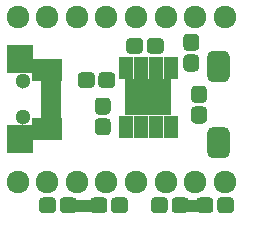
<source format=gbr>
G04 #@! TF.GenerationSoftware,KiCad,Pcbnew,5.1.6-c6e7f7d~87~ubuntu19.10.1*
G04 #@! TF.CreationDate,2020-11-04T01:00:01+01:00*
G04 #@! TF.ProjectId,board_attiny2313a,626f6172-645f-4617-9474-696e79323331,rev?*
G04 #@! TF.SameCoordinates,Original*
G04 #@! TF.FileFunction,Soldermask,Bot*
G04 #@! TF.FilePolarity,Negative*
%FSLAX46Y46*%
G04 Gerber Fmt 4.6, Leading zero omitted, Abs format (unit mm)*
G04 Created by KiCad (PCBNEW 5.1.6-c6e7f7d~87~ubuntu19.10.1) date 2020-11-04 01:00:01*
%MOMM*%
%LPD*%
G01*
G04 APERTURE LIST*
%ADD10C,0.100000*%
%ADD11R,3.902000X3.013000*%
%ADD12R,1.202000X1.905000*%
%ADD13C,1.924000*%
%ADD14C,1.300000*%
%ADD15R,1.780000X0.850000*%
%ADD16R,2.500000X1.875000*%
%ADD17R,2.300000X2.400000*%
G04 APERTURE END LIST*
D10*
G36*
X75479600Y-55453400D02*
G01*
X71829600Y-55453400D01*
X71829600Y-54553400D01*
X75479600Y-54553400D01*
X75479600Y-55453400D01*
G37*
X75479600Y-55453400D02*
X71829600Y-55453400D01*
X71829600Y-54553400D01*
X75479600Y-54553400D01*
X75479600Y-55453400D01*
G36*
X84429600Y-55453400D02*
G01*
X81329600Y-55453400D01*
X81329600Y-54553400D01*
X84429600Y-54553400D01*
X84429600Y-55453400D01*
G37*
X84429600Y-55453400D02*
X81329600Y-55453400D01*
X81329600Y-54553400D01*
X84429600Y-54553400D01*
X84429600Y-55453400D01*
G36*
G01*
X84129600Y-44103400D02*
X84129600Y-42403400D01*
G75*
G02*
X84604600Y-41928400I475000J0D01*
G01*
X85554600Y-41928400D01*
G75*
G02*
X86029600Y-42403400I0J-475000D01*
G01*
X86029600Y-44103400D01*
G75*
G02*
X85554600Y-44578400I-475000J0D01*
G01*
X84604600Y-44578400D01*
G75*
G02*
X84129600Y-44103400I0J475000D01*
G01*
G37*
G36*
G01*
X84129600Y-50553400D02*
X84129600Y-48853400D01*
G75*
G02*
X84604600Y-48378400I475000J0D01*
G01*
X85554600Y-48378400D01*
G75*
G02*
X86029600Y-48853400I0J-475000D01*
G01*
X86029600Y-50553400D01*
G75*
G02*
X85554600Y-51028400I-475000J0D01*
G01*
X84604600Y-51028400D01*
G75*
G02*
X84129600Y-50553400I0J475000D01*
G01*
G37*
G36*
G01*
X83117100Y-41928400D02*
X82442100Y-41928400D01*
G75*
G02*
X82104600Y-41590900I0J337500D01*
G01*
X82104600Y-40815900D01*
G75*
G02*
X82442100Y-40478400I337500J0D01*
G01*
X83117100Y-40478400D01*
G75*
G02*
X83454600Y-40815900I0J-337500D01*
G01*
X83454600Y-41590900D01*
G75*
G02*
X83117100Y-41928400I-337500J0D01*
G01*
G37*
G36*
G01*
X83117100Y-43678400D02*
X82442100Y-43678400D01*
G75*
G02*
X82104600Y-43340900I0J337500D01*
G01*
X82104600Y-42565900D01*
G75*
G02*
X82442100Y-42228400I337500J0D01*
G01*
X83117100Y-42228400D01*
G75*
G02*
X83454600Y-42565900I0J-337500D01*
G01*
X83454600Y-43340900D01*
G75*
G02*
X83117100Y-43678400I-337500J0D01*
G01*
G37*
D11*
X79129600Y-45872400D03*
D12*
X77224600Y-48369900D03*
X78494600Y-48369900D03*
X79764600Y-48369900D03*
X81034600Y-48369900D03*
X81034600Y-43374900D03*
X79764600Y-43374900D03*
X78494600Y-43374900D03*
X77224600Y-43374900D03*
D13*
X68097700Y-53050200D03*
X70597700Y-53050200D03*
X73097700Y-53050200D03*
X75597700Y-53050200D03*
X78097700Y-53050200D03*
X80597700Y-53050200D03*
X83097700Y-53050200D03*
X85597700Y-53050200D03*
X85597700Y-39050200D03*
X83097700Y-39050200D03*
X80597700Y-39050200D03*
X78097700Y-39050200D03*
X75597700Y-39050200D03*
X73097700Y-39050200D03*
X70597700Y-39050200D03*
X68097700Y-39050200D03*
D14*
X68499600Y-44503400D03*
X68499600Y-47503400D03*
G36*
G01*
X73154600Y-44740900D02*
X73154600Y-44065900D01*
G75*
G02*
X73492100Y-43728400I337500J0D01*
G01*
X74267100Y-43728400D01*
G75*
G02*
X74604600Y-44065900I0J-337500D01*
G01*
X74604600Y-44740900D01*
G75*
G02*
X74267100Y-45078400I-337500J0D01*
G01*
X73492100Y-45078400D01*
G75*
G02*
X73154600Y-44740900I0J337500D01*
G01*
G37*
G36*
G01*
X74904600Y-44740900D02*
X74904600Y-44065900D01*
G75*
G02*
X75242100Y-43728400I337500J0D01*
G01*
X76017100Y-43728400D01*
G75*
G02*
X76354600Y-44065900I0J-337500D01*
G01*
X76354600Y-44740900D01*
G75*
G02*
X76017100Y-45078400I-337500J0D01*
G01*
X75242100Y-45078400D01*
G75*
G02*
X74904600Y-44740900I0J337500D01*
G01*
G37*
G36*
G01*
X83767100Y-46328400D02*
X83092100Y-46328400D01*
G75*
G02*
X82754600Y-45990900I0J337500D01*
G01*
X82754600Y-45215900D01*
G75*
G02*
X83092100Y-44878400I337500J0D01*
G01*
X83767100Y-44878400D01*
G75*
G02*
X84104600Y-45215900I0J-337500D01*
G01*
X84104600Y-45990900D01*
G75*
G02*
X83767100Y-46328400I-337500J0D01*
G01*
G37*
G36*
G01*
X83767100Y-48078400D02*
X83092100Y-48078400D01*
G75*
G02*
X82754600Y-47740900I0J337500D01*
G01*
X82754600Y-46965900D01*
G75*
G02*
X83092100Y-46628400I337500J0D01*
G01*
X83767100Y-46628400D01*
G75*
G02*
X84104600Y-46965900I0J-337500D01*
G01*
X84104600Y-47740900D01*
G75*
G02*
X83767100Y-48078400I-337500J0D01*
G01*
G37*
G36*
G01*
X82554600Y-54659900D02*
X82554600Y-55334900D01*
G75*
G02*
X82217100Y-55672400I-337500J0D01*
G01*
X81442100Y-55672400D01*
G75*
G02*
X81104600Y-55334900I0J337500D01*
G01*
X81104600Y-54659900D01*
G75*
G02*
X81442100Y-54322400I337500J0D01*
G01*
X82217100Y-54322400D01*
G75*
G02*
X82554600Y-54659900I0J-337500D01*
G01*
G37*
G36*
G01*
X80804600Y-54659900D02*
X80804600Y-55334900D01*
G75*
G02*
X80467100Y-55672400I-337500J0D01*
G01*
X79692100Y-55672400D01*
G75*
G02*
X79354600Y-55334900I0J337500D01*
G01*
X79354600Y-54659900D01*
G75*
G02*
X79692100Y-54322400I337500J0D01*
G01*
X80467100Y-54322400D01*
G75*
G02*
X80804600Y-54659900I0J-337500D01*
G01*
G37*
G36*
G01*
X71329600Y-54665900D02*
X71329600Y-55340900D01*
G75*
G02*
X70992100Y-55678400I-337500J0D01*
G01*
X70217100Y-55678400D01*
G75*
G02*
X69879600Y-55340900I0J337500D01*
G01*
X69879600Y-54665900D01*
G75*
G02*
X70217100Y-54328400I337500J0D01*
G01*
X70992100Y-54328400D01*
G75*
G02*
X71329600Y-54665900I0J-337500D01*
G01*
G37*
G36*
G01*
X73079600Y-54665900D02*
X73079600Y-55340900D01*
G75*
G02*
X72742100Y-55678400I-337500J0D01*
G01*
X71967100Y-55678400D01*
G75*
G02*
X71629600Y-55340900I0J337500D01*
G01*
X71629600Y-54665900D01*
G75*
G02*
X71967100Y-54328400I337500J0D01*
G01*
X72742100Y-54328400D01*
G75*
G02*
X73079600Y-54665900I0J-337500D01*
G01*
G37*
D15*
X70903600Y-47348400D03*
X70903600Y-46698400D03*
X70903600Y-46048400D03*
X70903600Y-45398400D03*
X70903600Y-44748400D03*
D16*
X70543600Y-48510900D03*
X70543600Y-43585900D03*
D17*
X68243600Y-49358400D03*
X68243600Y-42638400D03*
G36*
G01*
X84654600Y-54659900D02*
X84654600Y-55334900D01*
G75*
G02*
X84317100Y-55672400I-337500J0D01*
G01*
X83542100Y-55672400D01*
G75*
G02*
X83204600Y-55334900I0J337500D01*
G01*
X83204600Y-54659900D01*
G75*
G02*
X83542100Y-54322400I337500J0D01*
G01*
X84317100Y-54322400D01*
G75*
G02*
X84654600Y-54659900I0J-337500D01*
G01*
G37*
G36*
G01*
X86404600Y-54659900D02*
X86404600Y-55334900D01*
G75*
G02*
X86067100Y-55672400I-337500J0D01*
G01*
X85292100Y-55672400D01*
G75*
G02*
X84954600Y-55334900I0J337500D01*
G01*
X84954600Y-54659900D01*
G75*
G02*
X85292100Y-54322400I337500J0D01*
G01*
X86067100Y-54322400D01*
G75*
G02*
X86404600Y-54659900I0J-337500D01*
G01*
G37*
G36*
G01*
X77429600Y-54665900D02*
X77429600Y-55340900D01*
G75*
G02*
X77092100Y-55678400I-337500J0D01*
G01*
X76317100Y-55678400D01*
G75*
G02*
X75979600Y-55340900I0J337500D01*
G01*
X75979600Y-54665900D01*
G75*
G02*
X76317100Y-54328400I337500J0D01*
G01*
X77092100Y-54328400D01*
G75*
G02*
X77429600Y-54665900I0J-337500D01*
G01*
G37*
G36*
G01*
X75679600Y-54665900D02*
X75679600Y-55340900D01*
G75*
G02*
X75342100Y-55678400I-337500J0D01*
G01*
X74567100Y-55678400D01*
G75*
G02*
X74229600Y-55340900I0J337500D01*
G01*
X74229600Y-54665900D01*
G75*
G02*
X74567100Y-54328400I337500J0D01*
G01*
X75342100Y-54328400D01*
G75*
G02*
X75679600Y-54665900I0J-337500D01*
G01*
G37*
G36*
G01*
X77254600Y-41840900D02*
X77254600Y-41165900D01*
G75*
G02*
X77592100Y-40828400I337500J0D01*
G01*
X78367100Y-40828400D01*
G75*
G02*
X78704600Y-41165900I0J-337500D01*
G01*
X78704600Y-41840900D01*
G75*
G02*
X78367100Y-42178400I-337500J0D01*
G01*
X77592100Y-42178400D01*
G75*
G02*
X77254600Y-41840900I0J337500D01*
G01*
G37*
G36*
G01*
X79004600Y-41840900D02*
X79004600Y-41165900D01*
G75*
G02*
X79342100Y-40828400I337500J0D01*
G01*
X80117100Y-40828400D01*
G75*
G02*
X80454600Y-41165900I0J-337500D01*
G01*
X80454600Y-41840900D01*
G75*
G02*
X80117100Y-42178400I-337500J0D01*
G01*
X79342100Y-42178400D01*
G75*
G02*
X79004600Y-41840900I0J337500D01*
G01*
G37*
G36*
G01*
X75617100Y-47328400D02*
X74942100Y-47328400D01*
G75*
G02*
X74604600Y-46990900I0J337500D01*
G01*
X74604600Y-46215900D01*
G75*
G02*
X74942100Y-45878400I337500J0D01*
G01*
X75617100Y-45878400D01*
G75*
G02*
X75954600Y-46215900I0J-337500D01*
G01*
X75954600Y-46990900D01*
G75*
G02*
X75617100Y-47328400I-337500J0D01*
G01*
G37*
G36*
G01*
X75617100Y-49078400D02*
X74942100Y-49078400D01*
G75*
G02*
X74604600Y-48740900I0J337500D01*
G01*
X74604600Y-47965900D01*
G75*
G02*
X74942100Y-47628400I337500J0D01*
G01*
X75617100Y-47628400D01*
G75*
G02*
X75954600Y-47965900I0J-337500D01*
G01*
X75954600Y-48740900D01*
G75*
G02*
X75617100Y-49078400I-337500J0D01*
G01*
G37*
M02*

</source>
